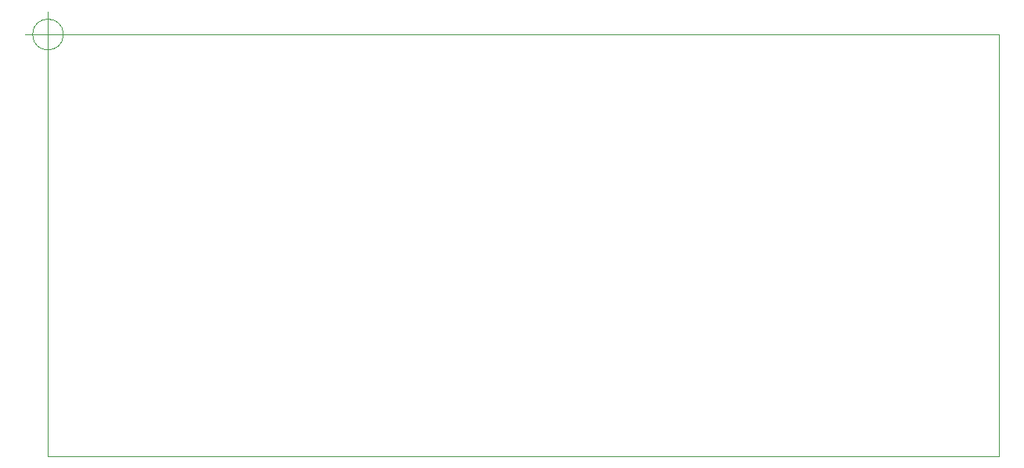
<source format=gbr>
G04 #@! TF.GenerationSoftware,KiCad,Pcbnew,(5.0.0-rc2-dev-495-g4202bb6af)*
G04 #@! TF.CreationDate,2018-05-11T16:10:11-03:00*
G04 #@! TF.ProjectId,atmega_can_shield,61746D6567615F63616E5F736869656C,rev?*
G04 #@! TF.SameCoordinates,PX6a95280PY3efb0c0*
G04 #@! TF.FileFunction,Profile,NP*
%FSLAX46Y46*%
G04 Gerber Fmt 4.6, Leading zero omitted, Abs format (unit mm)*
G04 Created by KiCad (PCBNEW (5.0.0-rc2-dev-495-g4202bb6af)) date Fri May 11 16:10:11 2018*
%MOMM*%
%LPD*%
G01*
G04 APERTURE LIST*
%ADD10C,0.100000*%
G04 APERTURE END LIST*
D10*
X1666666Y0D02*
G75*
G03X1666666Y0I-1666666J0D01*
G01*
X-2500000Y0D02*
X2500000Y0D01*
X0Y2500000D02*
X0Y-2500000D01*
X102870000Y0D02*
X0Y0D01*
X102870000Y-45720000D02*
X102870000Y0D01*
X0Y-45720000D02*
X102870000Y-45720000D01*
X0Y0D02*
X0Y-45720000D01*
M02*

</source>
